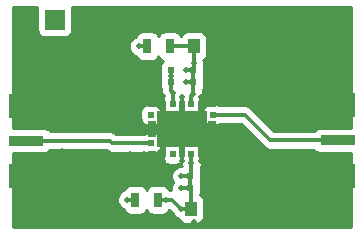
<source format=gtl>
G04 #@! TF.FileFunction,Copper,L1,Top,Signal*
%FSLAX46Y46*%
G04 Gerber Fmt 4.6, Leading zero omitted, Abs format (unit mm)*
G04 Created by KiCad (PCBNEW 4.0.6-e0-6349~53~ubuntu14.04.1) date Thu Apr 13 00:44:52 2017*
%MOMM*%
%LPD*%
G01*
G04 APERTURE LIST*
%ADD10C,0.100000*%
%ADD11R,1.000000X1.250000*%
%ADD12R,0.600000X0.500000*%
%ADD13R,3.000000X0.850000*%
%ADD14R,4.500000X2.000000*%
%ADD15R,0.700000X1.300000*%
%ADD16R,4.200000X3.100000*%
%ADD17R,0.500000X0.500000*%
%ADD18R,0.700000X0.600000*%
%ADD19R,0.800000X0.650000*%
%ADD20R,0.500000X0.850000*%
%ADD21R,1.700000X1.700000*%
%ADD22O,1.700000X1.700000*%
%ADD23C,0.460000*%
%ADD24C,0.360000*%
%ADD25C,0.250000*%
G04 APERTURE END LIST*
D10*
D11*
X146000000Y-84000000D03*
X148000000Y-84000000D03*
D12*
X145950000Y-86000000D03*
X147050000Y-86000000D03*
X145950000Y-87000000D03*
X147050000Y-87000000D03*
D11*
X145750000Y-97750000D03*
X147750000Y-97750000D03*
D12*
X145700000Y-95000000D03*
X146800000Y-95000000D03*
X145700000Y-96000000D03*
X146800000Y-96000000D03*
X144050000Y-86000000D03*
X142950000Y-86000000D03*
X144050000Y-87000000D03*
X142950000Y-87000000D03*
D13*
X131825000Y-92000000D03*
D14*
X132575000Y-89025000D03*
X132575000Y-94975000D03*
D13*
X158175000Y-91975000D03*
D14*
X157425000Y-94950000D03*
X157425000Y-89000000D03*
D15*
X143950000Y-84000000D03*
X142050000Y-84000000D03*
X142950000Y-97000000D03*
X141050000Y-97000000D03*
D16*
X145000000Y-91000000D03*
D17*
X144200000Y-93150000D03*
X145800000Y-93150000D03*
X144200000Y-88850000D03*
X145800000Y-88850000D03*
X142350000Y-89800000D03*
X142350000Y-92200000D03*
X147650000Y-89800000D03*
X147650000Y-92200000D03*
D18*
X142450000Y-88900000D03*
X147550000Y-88900000D03*
X142450000Y-93100000D03*
X147550000Y-93100000D03*
D19*
X147500000Y-90675000D03*
D20*
X143400000Y-89025000D03*
X145000000Y-89025000D03*
X146600000Y-89025000D03*
X143400000Y-92975000D03*
X145000000Y-92975000D03*
X146600000Y-92975000D03*
D19*
X147500000Y-91325000D03*
X142500000Y-90675000D03*
X142500000Y-91325000D03*
D21*
X134210000Y-81750000D03*
D22*
X136750000Y-81750000D03*
D23*
X145950000Y-88075000D03*
X145325000Y-87000000D03*
X145325000Y-86000000D03*
X146000000Y-85425000D03*
X145025000Y-91850000D03*
X145025000Y-90150000D03*
X146025000Y-91000000D03*
X143850000Y-90950000D03*
X140575000Y-89750000D03*
X143825000Y-91825000D03*
X146075000Y-91825000D03*
X145975000Y-90125000D03*
X143825000Y-90150000D03*
X148775000Y-91050000D03*
X149600000Y-91050000D03*
X150475000Y-91775000D03*
X151625000Y-92900000D03*
X153700000Y-93250000D03*
X149275000Y-88600000D03*
X150875000Y-88725000D03*
X152025000Y-89750000D03*
X153575000Y-90775000D03*
X140750000Y-91025000D03*
X139525000Y-90825000D03*
X138150000Y-90825000D03*
X136800000Y-90825000D03*
X135425000Y-90775000D03*
X131050000Y-90325000D03*
X132350000Y-90375000D03*
X133475000Y-90400000D03*
X134775000Y-90450000D03*
X135300000Y-89825000D03*
X135250000Y-88525000D03*
X135125000Y-87675000D03*
X134125000Y-87650000D03*
X133000000Y-87700000D03*
X131950000Y-87700000D03*
X131000000Y-87700000D03*
X131000000Y-86000000D03*
X131025000Y-84800000D03*
X131000000Y-83350000D03*
X131025000Y-82200000D03*
X131025000Y-81125000D03*
X132250000Y-81125000D03*
X138750000Y-80875000D03*
X140600000Y-80925000D03*
X141950000Y-80900000D03*
X143275000Y-80900000D03*
X144575000Y-80925000D03*
X146325000Y-80925000D03*
X147675000Y-80925000D03*
X149250000Y-80925000D03*
X150750000Y-80925000D03*
X152000000Y-80925000D03*
X153250000Y-80925000D03*
X154750000Y-80925000D03*
X156225000Y-80925000D03*
X157525000Y-80925000D03*
X158925000Y-80925000D03*
X158925000Y-82075000D03*
X158925000Y-83375000D03*
X158950000Y-84975000D03*
X158950000Y-86475000D03*
X158825000Y-87525000D03*
X157725000Y-87500000D03*
X156600000Y-87525000D03*
X155450000Y-87525000D03*
X154775000Y-88300000D03*
X154725000Y-89650000D03*
X155200000Y-90425000D03*
X156250000Y-90425000D03*
X157525000Y-90400000D03*
X158800000Y-90450000D03*
X158900000Y-93475000D03*
X157775000Y-93550000D03*
X156525000Y-93525000D03*
X155850000Y-93250000D03*
X154775000Y-93625000D03*
X154825000Y-95200000D03*
X154850000Y-96250000D03*
X156100000Y-96375000D03*
X157000000Y-96325000D03*
X157950000Y-96325000D03*
X158925000Y-96350000D03*
X158950000Y-97875000D03*
X158950000Y-98900000D03*
X157650000Y-98875000D03*
X156125000Y-98850000D03*
X154550000Y-98850000D03*
X152500000Y-98850000D03*
X150775000Y-98850000D03*
X149125000Y-98850000D03*
X147800000Y-98850000D03*
X146025000Y-98875000D03*
X143725000Y-98875000D03*
X141850000Y-98875000D03*
X140050000Y-98875000D03*
X138575000Y-98850000D03*
X136800000Y-98850000D03*
X135275000Y-98850000D03*
X133900000Y-98850000D03*
X132400000Y-98850000D03*
X131075000Y-98875000D03*
X131075000Y-97550000D03*
X131075000Y-96400000D03*
X132375000Y-96375000D03*
X133375000Y-96350000D03*
X134325000Y-96325000D03*
X135175000Y-95875000D03*
X135225000Y-94975000D03*
X135225000Y-94175000D03*
X134475000Y-93625000D03*
X131725000Y-93625000D03*
X131075000Y-93175000D03*
X132650000Y-93225000D03*
X133850000Y-93000000D03*
X134875000Y-92900000D03*
X136225000Y-92925000D03*
X137575000Y-92950000D03*
X138825000Y-93075000D03*
X140600000Y-93125000D03*
X142325000Y-87000000D03*
X142325000Y-86000000D03*
X141750000Y-88900000D03*
X141750000Y-93100000D03*
X142450000Y-93750000D03*
X143400000Y-93750000D03*
X148250000Y-93100000D03*
X147550000Y-93750000D03*
X146600000Y-93750000D03*
X145000000Y-93750000D03*
X147500000Y-91325000D03*
X147500000Y-90675000D03*
X142500000Y-91325000D03*
X142500000Y-90675000D03*
X148250000Y-88900000D03*
X142450000Y-88250000D03*
X147550000Y-88275000D03*
X143400000Y-88250000D03*
X146600000Y-88275000D03*
X145000000Y-88275000D03*
X145000000Y-91000000D03*
X147675000Y-87000000D03*
X147675000Y-86000000D03*
X148700000Y-97750000D03*
X147550000Y-96000000D03*
X147550000Y-95000000D03*
X143675000Y-97000000D03*
X144925000Y-97750000D03*
X144950000Y-96000000D03*
X145800000Y-93850000D03*
X144950000Y-95000000D03*
X144050000Y-86500000D03*
X141350000Y-84000000D03*
X144200000Y-87925000D03*
X140350000Y-97000000D03*
D24*
X143950000Y-84000000D02*
X146000000Y-84000000D01*
X145950000Y-88075000D02*
X145800000Y-88225000D01*
X145800000Y-88225000D02*
X145800000Y-88850000D01*
X145950000Y-87000000D02*
X145950000Y-88075000D01*
X145950000Y-87000000D02*
X145325000Y-87000000D01*
X145950000Y-86000000D02*
X145325000Y-86000000D01*
X145950000Y-86000000D02*
X145950000Y-87000000D01*
X146000000Y-84975000D02*
X146000000Y-85950000D01*
X146000000Y-84000000D02*
X146000000Y-84975000D01*
X146000000Y-84975000D02*
X146000000Y-85425000D01*
X146000000Y-85950000D02*
X145950000Y-86000000D01*
X147675000Y-86000000D02*
X147675000Y-87000000D01*
X147550000Y-87800000D02*
X147675000Y-87675000D01*
X147675000Y-87675000D02*
X147675000Y-87000000D01*
X147550000Y-88275000D02*
X147550000Y-87800000D01*
X142950000Y-87000000D02*
X142950000Y-87800000D01*
X142950000Y-87800000D02*
X143400000Y-88250000D01*
X142950000Y-86000000D02*
X142950000Y-87000000D01*
X142950000Y-87000000D02*
X142325000Y-87000000D01*
X142950000Y-86000000D02*
X142325000Y-86000000D01*
X142450000Y-88900000D02*
X141750000Y-88900000D01*
X142450000Y-93100000D02*
X141750000Y-93100000D01*
X142450000Y-93100000D02*
X142450000Y-93750000D01*
X143400000Y-92975000D02*
X143400000Y-93750000D01*
X147550000Y-93100000D02*
X148250000Y-93100000D01*
X147550000Y-93100000D02*
X147550000Y-93750000D01*
X146600000Y-92975000D02*
X146600000Y-93750000D01*
X145000000Y-92975000D02*
X145000000Y-93750000D01*
X147550000Y-88900000D02*
X148250000Y-88900000D01*
X142450000Y-88900000D02*
X142450000Y-88250000D01*
X147550000Y-88900000D02*
X147550000Y-88275000D01*
X143400000Y-89025000D02*
X143400000Y-88250000D01*
X146600000Y-89025000D02*
X146600000Y-88275000D01*
X145000000Y-89025000D02*
X145000000Y-88275000D01*
X147050000Y-87000000D02*
X147675000Y-87000000D01*
X147050000Y-86000000D02*
X147675000Y-86000000D01*
X147750000Y-97750000D02*
X148700000Y-97750000D01*
X146800000Y-96000000D02*
X147550000Y-96000000D01*
X146800000Y-95000000D02*
X147550000Y-95000000D01*
X143675000Y-97000000D02*
X144175000Y-97000000D01*
X144175000Y-97000000D02*
X144925000Y-97750000D01*
X142950000Y-97000000D02*
X143675000Y-97000000D01*
X145750000Y-97750000D02*
X144925000Y-97750000D01*
X145750000Y-97750000D02*
X145750000Y-96050000D01*
X145750000Y-96050000D02*
X145700000Y-96000000D01*
X145700000Y-96000000D02*
X144950000Y-96000000D01*
X145800000Y-94050000D02*
X145800000Y-94900000D01*
X145800000Y-93150000D02*
X145800000Y-94050000D01*
X145800000Y-94050000D02*
X145800000Y-93850000D01*
X145700000Y-95000000D02*
X144950000Y-95000000D01*
X145700000Y-95000000D02*
X145700000Y-96000000D01*
X145800000Y-94900000D02*
X145700000Y-95000000D01*
X144050000Y-86500000D02*
X144050000Y-87000000D01*
X144050000Y-86000000D02*
X144050000Y-86500000D01*
X142050000Y-84000000D02*
X141350000Y-84000000D01*
X143950000Y-85900000D02*
X144050000Y-86000000D01*
X144200000Y-87925000D02*
X144050000Y-87775000D01*
X144050000Y-87775000D02*
X144050000Y-87000000D01*
X144200000Y-88850000D02*
X144200000Y-87925000D01*
X141050000Y-97000000D02*
X140350000Y-97000000D01*
X142350000Y-92200000D02*
X139100000Y-92200000D01*
X139100000Y-92200000D02*
X138900000Y-92000000D01*
X138900000Y-92000000D02*
X131825000Y-92000000D01*
X147650000Y-89800000D02*
X150300000Y-89800000D01*
X150300000Y-89800000D02*
X152475000Y-91975000D01*
X152475000Y-91975000D02*
X158175000Y-91975000D01*
D25*
G36*
X132722756Y-80900000D02*
X132722756Y-82600000D01*
X132766337Y-82831611D01*
X132903219Y-83044332D01*
X133112076Y-83187038D01*
X133360000Y-83237244D01*
X135060000Y-83237244D01*
X135291611Y-83193663D01*
X135504332Y-83056781D01*
X135647038Y-82847924D01*
X135697244Y-82600000D01*
X135697244Y-80900000D01*
X135659611Y-80700000D01*
X159300000Y-80700000D01*
X159300000Y-90912756D01*
X156675000Y-90912756D01*
X156443389Y-90956337D01*
X156230668Y-91093219D01*
X156178206Y-91170000D01*
X152808442Y-91170000D01*
X150869221Y-89230779D01*
X150608060Y-89056277D01*
X150300000Y-88995000D01*
X148194813Y-88995000D01*
X148147924Y-88962962D01*
X147900000Y-88912756D01*
X147400000Y-88912756D01*
X147168389Y-88956337D01*
X146955668Y-89093219D01*
X146812962Y-89302076D01*
X146762756Y-89550000D01*
X146762756Y-90050000D01*
X146806337Y-90281611D01*
X146943219Y-90494332D01*
X147152076Y-90637038D01*
X147400000Y-90687244D01*
X147900000Y-90687244D01*
X148131611Y-90643663D01*
X148191695Y-90605000D01*
X149966558Y-90605000D01*
X151905779Y-92544221D01*
X152166939Y-92718723D01*
X152475000Y-92780000D01*
X156176823Y-92780000D01*
X156218219Y-92844332D01*
X156427076Y-92987038D01*
X156675000Y-93037244D01*
X159300000Y-93037244D01*
X159300000Y-99300000D01*
X130700000Y-99300000D01*
X130700000Y-97169324D01*
X139494852Y-97169324D01*
X139624744Y-97483686D01*
X139865049Y-97724411D01*
X140094701Y-97819771D01*
X140106337Y-97881611D01*
X140243219Y-98094332D01*
X140452076Y-98237038D01*
X140700000Y-98287244D01*
X141400000Y-98287244D01*
X141631611Y-98243663D01*
X141844332Y-98106781D01*
X141987038Y-97897924D01*
X141998633Y-97840667D01*
X142006337Y-97881611D01*
X142143219Y-98094332D01*
X142352076Y-98237038D01*
X142600000Y-98287244D01*
X143300000Y-98287244D01*
X143531611Y-98243663D01*
X143744332Y-98106781D01*
X143887038Y-97897924D01*
X143895028Y-97858470D01*
X144150102Y-98113544D01*
X144199744Y-98233686D01*
X144440049Y-98474411D01*
X144647685Y-98560629D01*
X144656337Y-98606611D01*
X144793219Y-98819332D01*
X145002076Y-98962038D01*
X145250000Y-99012244D01*
X146250000Y-99012244D01*
X146481611Y-98968663D01*
X146694332Y-98831781D01*
X146837038Y-98622924D01*
X146887244Y-98375000D01*
X146887244Y-97125000D01*
X146843663Y-96893389D01*
X146706781Y-96680668D01*
X146555000Y-96576960D01*
X146555000Y-96544813D01*
X146587038Y-96497924D01*
X146637244Y-96250000D01*
X146637244Y-95750000D01*
X146593663Y-95518389D01*
X146583668Y-95502856D01*
X146587038Y-95497924D01*
X146637244Y-95250000D01*
X146637244Y-94750000D01*
X146605000Y-94578639D01*
X146605000Y-94140871D01*
X146654851Y-94020816D01*
X146655148Y-93680676D01*
X146638543Y-93640490D01*
X146687244Y-93400000D01*
X146687244Y-92900000D01*
X146643663Y-92668389D01*
X146506781Y-92455668D01*
X146297924Y-92312962D01*
X146050000Y-92262756D01*
X145550000Y-92262756D01*
X145318389Y-92306337D01*
X145105668Y-92443219D01*
X144999117Y-92599162D01*
X144906781Y-92455668D01*
X144697924Y-92312962D01*
X144450000Y-92262756D01*
X143950000Y-92262756D01*
X143718389Y-92306337D01*
X143505668Y-92443219D01*
X143362962Y-92652076D01*
X143312756Y-92900000D01*
X143312756Y-93400000D01*
X143356337Y-93631611D01*
X143493219Y-93844332D01*
X143702076Y-93987038D01*
X143950000Y-94037244D01*
X144450000Y-94037244D01*
X144681611Y-93993663D01*
X144894332Y-93856781D01*
X144945059Y-93782540D01*
X144944852Y-94019324D01*
X144995000Y-94140691D01*
X144995000Y-94145039D01*
X144780676Y-94144852D01*
X144466314Y-94274744D01*
X144225589Y-94515049D01*
X144095149Y-94829184D01*
X144094852Y-95169324D01*
X144224744Y-95483686D01*
X144240847Y-95499817D01*
X144225589Y-95515049D01*
X144095149Y-95829184D01*
X144094852Y-96169324D01*
X144105461Y-96195000D01*
X143965871Y-96195000D01*
X143903180Y-96168969D01*
X143893663Y-96118389D01*
X143756781Y-95905668D01*
X143547924Y-95762962D01*
X143300000Y-95712756D01*
X142600000Y-95712756D01*
X142368389Y-95756337D01*
X142155668Y-95893219D01*
X142012962Y-96102076D01*
X142001367Y-96159333D01*
X141993663Y-96118389D01*
X141856781Y-95905668D01*
X141647924Y-95762962D01*
X141400000Y-95712756D01*
X140700000Y-95712756D01*
X140468389Y-95756337D01*
X140255668Y-95893219D01*
X140112962Y-96102076D01*
X140097325Y-96179292D01*
X139866314Y-96274744D01*
X139625589Y-96515049D01*
X139495149Y-96829184D01*
X139494852Y-97169324D01*
X130700000Y-97169324D01*
X130700000Y-93062244D01*
X133325000Y-93062244D01*
X133556611Y-93018663D01*
X133769332Y-92881781D01*
X133821794Y-92805000D01*
X138584326Y-92805000D01*
X138791940Y-92943723D01*
X139100000Y-93005000D01*
X141805187Y-93005000D01*
X141852076Y-93037038D01*
X142100000Y-93087244D01*
X142600000Y-93087244D01*
X142831611Y-93043663D01*
X143044332Y-92906781D01*
X143187038Y-92697924D01*
X143237244Y-92450000D01*
X143237244Y-91950000D01*
X143193663Y-91718389D01*
X143056781Y-91505668D01*
X142847924Y-91362962D01*
X142600000Y-91312756D01*
X142100000Y-91312756D01*
X141868389Y-91356337D01*
X141808305Y-91395000D01*
X139415674Y-91395000D01*
X139208060Y-91256277D01*
X138900000Y-91195000D01*
X133823177Y-91195000D01*
X133781781Y-91130668D01*
X133572924Y-90987962D01*
X133325000Y-90937756D01*
X130700000Y-90937756D01*
X130700000Y-89550000D01*
X141462756Y-89550000D01*
X141462756Y-90050000D01*
X141506337Y-90281611D01*
X141643219Y-90494332D01*
X141852076Y-90637038D01*
X142100000Y-90687244D01*
X142600000Y-90687244D01*
X142831611Y-90643663D01*
X143044332Y-90506781D01*
X143187038Y-90297924D01*
X143237244Y-90050000D01*
X143237244Y-89550000D01*
X143193663Y-89318389D01*
X143056781Y-89105668D01*
X142847924Y-88962962D01*
X142600000Y-88912756D01*
X142100000Y-88912756D01*
X141868389Y-88956337D01*
X141655668Y-89093219D01*
X141512962Y-89302076D01*
X141462756Y-89550000D01*
X130700000Y-89550000D01*
X130700000Y-84169324D01*
X140494852Y-84169324D01*
X140624744Y-84483686D01*
X140865049Y-84724411D01*
X141094701Y-84819771D01*
X141106337Y-84881611D01*
X141243219Y-85094332D01*
X141452076Y-85237038D01*
X141700000Y-85287244D01*
X142400000Y-85287244D01*
X142631611Y-85243663D01*
X142844332Y-85106781D01*
X142987038Y-84897924D01*
X142998633Y-84840667D01*
X143006337Y-84881611D01*
X143143219Y-85094332D01*
X143352076Y-85237038D01*
X143383186Y-85243338D01*
X143305668Y-85293219D01*
X143162962Y-85502076D01*
X143112756Y-85750000D01*
X143112756Y-86250000D01*
X143156337Y-86481611D01*
X143166332Y-86497144D01*
X143162962Y-86502076D01*
X143112756Y-86750000D01*
X143112756Y-87250000D01*
X143156337Y-87481611D01*
X143245000Y-87619397D01*
X143245000Y-87775000D01*
X143306277Y-88083060D01*
X143395000Y-88215844D01*
X143395000Y-88305187D01*
X143362962Y-88352076D01*
X143312756Y-88600000D01*
X143312756Y-89100000D01*
X143356337Y-89331611D01*
X143493219Y-89544332D01*
X143702076Y-89687038D01*
X143950000Y-89737244D01*
X144450000Y-89737244D01*
X144681611Y-89693663D01*
X144894332Y-89556781D01*
X145000883Y-89400838D01*
X145093219Y-89544332D01*
X145302076Y-89687038D01*
X145550000Y-89737244D01*
X146050000Y-89737244D01*
X146281611Y-89693663D01*
X146494332Y-89556781D01*
X146637038Y-89347924D01*
X146687244Y-89100000D01*
X146687244Y-88600000D01*
X146678056Y-88551172D01*
X146804851Y-88245816D01*
X146805148Y-87905676D01*
X146755000Y-87784309D01*
X146755000Y-87617991D01*
X146837038Y-87497924D01*
X146887244Y-87250000D01*
X146887244Y-86750000D01*
X146843663Y-86518389D01*
X146833668Y-86502856D01*
X146837038Y-86497924D01*
X146887244Y-86250000D01*
X146887244Y-85750000D01*
X146854867Y-85577931D01*
X146855148Y-85255676D01*
X146817119Y-85163640D01*
X146944332Y-85081781D01*
X147087038Y-84872924D01*
X147137244Y-84625000D01*
X147137244Y-83375000D01*
X147093663Y-83143389D01*
X146956781Y-82930668D01*
X146747924Y-82787962D01*
X146500000Y-82737756D01*
X145500000Y-82737756D01*
X145268389Y-82781337D01*
X145055668Y-82918219D01*
X144912962Y-83127076D01*
X144903806Y-83172292D01*
X144893663Y-83118389D01*
X144756781Y-82905668D01*
X144547924Y-82762962D01*
X144300000Y-82712756D01*
X143600000Y-82712756D01*
X143368389Y-82756337D01*
X143155668Y-82893219D01*
X143012962Y-83102076D01*
X143001367Y-83159333D01*
X142993663Y-83118389D01*
X142856781Y-82905668D01*
X142647924Y-82762962D01*
X142400000Y-82712756D01*
X141700000Y-82712756D01*
X141468389Y-82756337D01*
X141255668Y-82893219D01*
X141112962Y-83102076D01*
X141097325Y-83179292D01*
X140866314Y-83274744D01*
X140625589Y-83515049D01*
X140495149Y-83829184D01*
X140494852Y-84169324D01*
X130700000Y-84169324D01*
X130700000Y-80700000D01*
X132763257Y-80700000D01*
X132722756Y-80900000D01*
X132722756Y-80900000D01*
G37*
X132722756Y-80900000D02*
X132722756Y-82600000D01*
X132766337Y-82831611D01*
X132903219Y-83044332D01*
X133112076Y-83187038D01*
X133360000Y-83237244D01*
X135060000Y-83237244D01*
X135291611Y-83193663D01*
X135504332Y-83056781D01*
X135647038Y-82847924D01*
X135697244Y-82600000D01*
X135697244Y-80900000D01*
X135659611Y-80700000D01*
X159300000Y-80700000D01*
X159300000Y-90912756D01*
X156675000Y-90912756D01*
X156443389Y-90956337D01*
X156230668Y-91093219D01*
X156178206Y-91170000D01*
X152808442Y-91170000D01*
X150869221Y-89230779D01*
X150608060Y-89056277D01*
X150300000Y-88995000D01*
X148194813Y-88995000D01*
X148147924Y-88962962D01*
X147900000Y-88912756D01*
X147400000Y-88912756D01*
X147168389Y-88956337D01*
X146955668Y-89093219D01*
X146812962Y-89302076D01*
X146762756Y-89550000D01*
X146762756Y-90050000D01*
X146806337Y-90281611D01*
X146943219Y-90494332D01*
X147152076Y-90637038D01*
X147400000Y-90687244D01*
X147900000Y-90687244D01*
X148131611Y-90643663D01*
X148191695Y-90605000D01*
X149966558Y-90605000D01*
X151905779Y-92544221D01*
X152166939Y-92718723D01*
X152475000Y-92780000D01*
X156176823Y-92780000D01*
X156218219Y-92844332D01*
X156427076Y-92987038D01*
X156675000Y-93037244D01*
X159300000Y-93037244D01*
X159300000Y-99300000D01*
X130700000Y-99300000D01*
X130700000Y-97169324D01*
X139494852Y-97169324D01*
X139624744Y-97483686D01*
X139865049Y-97724411D01*
X140094701Y-97819771D01*
X140106337Y-97881611D01*
X140243219Y-98094332D01*
X140452076Y-98237038D01*
X140700000Y-98287244D01*
X141400000Y-98287244D01*
X141631611Y-98243663D01*
X141844332Y-98106781D01*
X141987038Y-97897924D01*
X141998633Y-97840667D01*
X142006337Y-97881611D01*
X142143219Y-98094332D01*
X142352076Y-98237038D01*
X142600000Y-98287244D01*
X143300000Y-98287244D01*
X143531611Y-98243663D01*
X143744332Y-98106781D01*
X143887038Y-97897924D01*
X143895028Y-97858470D01*
X144150102Y-98113544D01*
X144199744Y-98233686D01*
X144440049Y-98474411D01*
X144647685Y-98560629D01*
X144656337Y-98606611D01*
X144793219Y-98819332D01*
X145002076Y-98962038D01*
X145250000Y-99012244D01*
X146250000Y-99012244D01*
X146481611Y-98968663D01*
X146694332Y-98831781D01*
X146837038Y-98622924D01*
X146887244Y-98375000D01*
X146887244Y-97125000D01*
X146843663Y-96893389D01*
X146706781Y-96680668D01*
X146555000Y-96576960D01*
X146555000Y-96544813D01*
X146587038Y-96497924D01*
X146637244Y-96250000D01*
X146637244Y-95750000D01*
X146593663Y-95518389D01*
X146583668Y-95502856D01*
X146587038Y-95497924D01*
X146637244Y-95250000D01*
X146637244Y-94750000D01*
X146605000Y-94578639D01*
X146605000Y-94140871D01*
X146654851Y-94020816D01*
X146655148Y-93680676D01*
X146638543Y-93640490D01*
X146687244Y-93400000D01*
X146687244Y-92900000D01*
X146643663Y-92668389D01*
X146506781Y-92455668D01*
X146297924Y-92312962D01*
X146050000Y-92262756D01*
X145550000Y-92262756D01*
X145318389Y-92306337D01*
X145105668Y-92443219D01*
X144999117Y-92599162D01*
X144906781Y-92455668D01*
X144697924Y-92312962D01*
X144450000Y-92262756D01*
X143950000Y-92262756D01*
X143718389Y-92306337D01*
X143505668Y-92443219D01*
X143362962Y-92652076D01*
X143312756Y-92900000D01*
X143312756Y-93400000D01*
X143356337Y-93631611D01*
X143493219Y-93844332D01*
X143702076Y-93987038D01*
X143950000Y-94037244D01*
X144450000Y-94037244D01*
X144681611Y-93993663D01*
X144894332Y-93856781D01*
X144945059Y-93782540D01*
X144944852Y-94019324D01*
X144995000Y-94140691D01*
X144995000Y-94145039D01*
X144780676Y-94144852D01*
X144466314Y-94274744D01*
X144225589Y-94515049D01*
X144095149Y-94829184D01*
X144094852Y-95169324D01*
X144224744Y-95483686D01*
X144240847Y-95499817D01*
X144225589Y-95515049D01*
X144095149Y-95829184D01*
X144094852Y-96169324D01*
X144105461Y-96195000D01*
X143965871Y-96195000D01*
X143903180Y-96168969D01*
X143893663Y-96118389D01*
X143756781Y-95905668D01*
X143547924Y-95762962D01*
X143300000Y-95712756D01*
X142600000Y-95712756D01*
X142368389Y-95756337D01*
X142155668Y-95893219D01*
X142012962Y-96102076D01*
X142001367Y-96159333D01*
X141993663Y-96118389D01*
X141856781Y-95905668D01*
X141647924Y-95762962D01*
X141400000Y-95712756D01*
X140700000Y-95712756D01*
X140468389Y-95756337D01*
X140255668Y-95893219D01*
X140112962Y-96102076D01*
X140097325Y-96179292D01*
X139866314Y-96274744D01*
X139625589Y-96515049D01*
X139495149Y-96829184D01*
X139494852Y-97169324D01*
X130700000Y-97169324D01*
X130700000Y-93062244D01*
X133325000Y-93062244D01*
X133556611Y-93018663D01*
X133769332Y-92881781D01*
X133821794Y-92805000D01*
X138584326Y-92805000D01*
X138791940Y-92943723D01*
X139100000Y-93005000D01*
X141805187Y-93005000D01*
X141852076Y-93037038D01*
X142100000Y-93087244D01*
X142600000Y-93087244D01*
X142831611Y-93043663D01*
X143044332Y-92906781D01*
X143187038Y-92697924D01*
X143237244Y-92450000D01*
X143237244Y-91950000D01*
X143193663Y-91718389D01*
X143056781Y-91505668D01*
X142847924Y-91362962D01*
X142600000Y-91312756D01*
X142100000Y-91312756D01*
X141868389Y-91356337D01*
X141808305Y-91395000D01*
X139415674Y-91395000D01*
X139208060Y-91256277D01*
X138900000Y-91195000D01*
X133823177Y-91195000D01*
X133781781Y-91130668D01*
X133572924Y-90987962D01*
X133325000Y-90937756D01*
X130700000Y-90937756D01*
X130700000Y-89550000D01*
X141462756Y-89550000D01*
X141462756Y-90050000D01*
X141506337Y-90281611D01*
X141643219Y-90494332D01*
X141852076Y-90637038D01*
X142100000Y-90687244D01*
X142600000Y-90687244D01*
X142831611Y-90643663D01*
X143044332Y-90506781D01*
X143187038Y-90297924D01*
X143237244Y-90050000D01*
X143237244Y-89550000D01*
X143193663Y-89318389D01*
X143056781Y-89105668D01*
X142847924Y-88962962D01*
X142600000Y-88912756D01*
X142100000Y-88912756D01*
X141868389Y-88956337D01*
X141655668Y-89093219D01*
X141512962Y-89302076D01*
X141462756Y-89550000D01*
X130700000Y-89550000D01*
X130700000Y-84169324D01*
X140494852Y-84169324D01*
X140624744Y-84483686D01*
X140865049Y-84724411D01*
X141094701Y-84819771D01*
X141106337Y-84881611D01*
X141243219Y-85094332D01*
X141452076Y-85237038D01*
X141700000Y-85287244D01*
X142400000Y-85287244D01*
X142631611Y-85243663D01*
X142844332Y-85106781D01*
X142987038Y-84897924D01*
X142998633Y-84840667D01*
X143006337Y-84881611D01*
X143143219Y-85094332D01*
X143352076Y-85237038D01*
X143383186Y-85243338D01*
X143305668Y-85293219D01*
X143162962Y-85502076D01*
X143112756Y-85750000D01*
X143112756Y-86250000D01*
X143156337Y-86481611D01*
X143166332Y-86497144D01*
X143162962Y-86502076D01*
X143112756Y-86750000D01*
X143112756Y-87250000D01*
X143156337Y-87481611D01*
X143245000Y-87619397D01*
X143245000Y-87775000D01*
X143306277Y-88083060D01*
X143395000Y-88215844D01*
X143395000Y-88305187D01*
X143362962Y-88352076D01*
X143312756Y-88600000D01*
X143312756Y-89100000D01*
X143356337Y-89331611D01*
X143493219Y-89544332D01*
X143702076Y-89687038D01*
X143950000Y-89737244D01*
X144450000Y-89737244D01*
X144681611Y-89693663D01*
X144894332Y-89556781D01*
X145000883Y-89400838D01*
X145093219Y-89544332D01*
X145302076Y-89687038D01*
X145550000Y-89737244D01*
X146050000Y-89737244D01*
X146281611Y-89693663D01*
X146494332Y-89556781D01*
X146637038Y-89347924D01*
X146687244Y-89100000D01*
X146687244Y-88600000D01*
X146678056Y-88551172D01*
X146804851Y-88245816D01*
X146805148Y-87905676D01*
X146755000Y-87784309D01*
X146755000Y-87617991D01*
X146837038Y-87497924D01*
X146887244Y-87250000D01*
X146887244Y-86750000D01*
X146843663Y-86518389D01*
X146833668Y-86502856D01*
X146837038Y-86497924D01*
X146887244Y-86250000D01*
X146887244Y-85750000D01*
X146854867Y-85577931D01*
X146855148Y-85255676D01*
X146817119Y-85163640D01*
X146944332Y-85081781D01*
X147087038Y-84872924D01*
X147137244Y-84625000D01*
X147137244Y-83375000D01*
X147093663Y-83143389D01*
X146956781Y-82930668D01*
X146747924Y-82787962D01*
X146500000Y-82737756D01*
X145500000Y-82737756D01*
X145268389Y-82781337D01*
X145055668Y-82918219D01*
X144912962Y-83127076D01*
X144903806Y-83172292D01*
X144893663Y-83118389D01*
X144756781Y-82905668D01*
X144547924Y-82762962D01*
X144300000Y-82712756D01*
X143600000Y-82712756D01*
X143368389Y-82756337D01*
X143155668Y-82893219D01*
X143012962Y-83102076D01*
X143001367Y-83159333D01*
X142993663Y-83118389D01*
X142856781Y-82905668D01*
X142647924Y-82762962D01*
X142400000Y-82712756D01*
X141700000Y-82712756D01*
X141468389Y-82756337D01*
X141255668Y-82893219D01*
X141112962Y-83102076D01*
X141097325Y-83179292D01*
X140866314Y-83274744D01*
X140625589Y-83515049D01*
X140495149Y-83829184D01*
X140494852Y-84169324D01*
X130700000Y-84169324D01*
X130700000Y-80700000D01*
X132763257Y-80700000D01*
X132722756Y-80900000D01*
M02*

</source>
